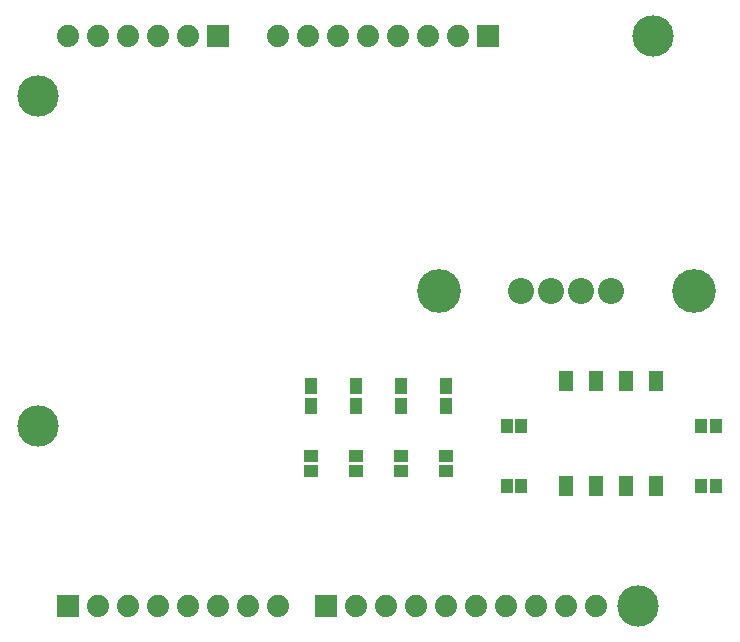
<source format=gts>
G04*
G04 #@! TF.GenerationSoftware,Altium Limited,Altium Designer,23.10.1 (27)*
G04*
G04 Layer_Color=8388736*
%FSLAX44Y44*%
%MOMM*%
G71*
G04*
G04 #@! TF.SameCoordinates,07F531DC-FA92-4897-9D3F-F805C0A64ABC*
G04*
G04*
G04 #@! TF.FilePolarity,Negative*
G04*
G01*
G75*
%ADD18R,1.0532X1.4032*%
%ADD19R,1.3032X1.7032*%
%ADD20R,1.0532X1.1532*%
%ADD21R,1.1532X1.0532*%
%ADD22C,1.8796*%
%ADD23C,3.5032*%
%ADD24R,1.8796X1.8796*%
%ADD25C,2.2032*%
%ADD26C,3.7032*%
D18*
X1003300Y643750D02*
D03*
Y626250D02*
D03*
X1041400Y643750D02*
D03*
Y626250D02*
D03*
X1079500Y643750D02*
D03*
Y626250D02*
D03*
X1117600Y643750D02*
D03*
Y626250D02*
D03*
D19*
X1295400Y647700D02*
D03*
Y558700D02*
D03*
X1270000Y647700D02*
D03*
Y558700D02*
D03*
X1244600Y647700D02*
D03*
Y558700D02*
D03*
X1219200Y647700D02*
D03*
Y558700D02*
D03*
D20*
X1181100Y558800D02*
D03*
X1168600D02*
D03*
X1181100Y609600D02*
D03*
X1168600D02*
D03*
X1333500D02*
D03*
X1346000D02*
D03*
X1333500Y558800D02*
D03*
X1346000D02*
D03*
D21*
X1003300Y571500D02*
D03*
Y584000D02*
D03*
X1041400Y571500D02*
D03*
Y584000D02*
D03*
X1079500Y571700D02*
D03*
Y584200D02*
D03*
X1117600Y571500D02*
D03*
Y584000D02*
D03*
D22*
X1102360Y939800D02*
D03*
X1076960D02*
D03*
X1127760D02*
D03*
X1026160D02*
D03*
X1000760D02*
D03*
X1051560D02*
D03*
X1092200Y457200D02*
D03*
X1117600D02*
D03*
X1041400D02*
D03*
X1066800D02*
D03*
X1244600D02*
D03*
X1219200D02*
D03*
X1168400D02*
D03*
X1143000D02*
D03*
X1193800D02*
D03*
X899160Y939800D02*
D03*
X873760D02*
D03*
X975360D02*
D03*
X822960D02*
D03*
X797560D02*
D03*
X848360D02*
D03*
Y457200D02*
D03*
X822960D02*
D03*
X899160D02*
D03*
X873760D02*
D03*
X949960D02*
D03*
X924560D02*
D03*
X975360D02*
D03*
D23*
X1292860Y939800D02*
D03*
X1280160Y457200D02*
D03*
X772160Y609600D02*
D03*
Y889000D02*
D03*
D24*
X1153160Y939800D02*
D03*
X1016000Y457200D02*
D03*
X924560Y939800D02*
D03*
X797560Y457200D02*
D03*
D25*
X1231900Y723900D02*
D03*
X1257300D02*
D03*
X1206500D02*
D03*
X1181100D02*
D03*
D26*
X1327150D02*
D03*
X1111250D02*
D03*
M02*

</source>
